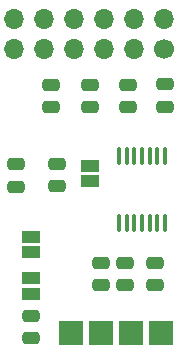
<source format=gbr>
%TF.GenerationSoftware,KiCad,Pcbnew,7.0.7*%
%TF.CreationDate,2023-09-01T15:02:05-05:00*%
%TF.ProjectId,SNES_RGB_BYPASS_AMP,534e4553-5f52-4474-925f-425950415353,rev?*%
%TF.SameCoordinates,Original*%
%TF.FileFunction,Soldermask,Top*%
%TF.FilePolarity,Negative*%
%FSLAX46Y46*%
G04 Gerber Fmt 4.6, Leading zero omitted, Abs format (unit mm)*
G04 Created by KiCad (PCBNEW 7.0.7) date 2023-09-01 15:02:05*
%MOMM*%
%LPD*%
G01*
G04 APERTURE LIST*
G04 Aperture macros list*
%AMRoundRect*
0 Rectangle with rounded corners*
0 $1 Rounding radius*
0 $2 $3 $4 $5 $6 $7 $8 $9 X,Y pos of 4 corners*
0 Add a 4 corners polygon primitive as box body*
4,1,4,$2,$3,$4,$5,$6,$7,$8,$9,$2,$3,0*
0 Add four circle primitives for the rounded corners*
1,1,$1+$1,$2,$3*
1,1,$1+$1,$4,$5*
1,1,$1+$1,$6,$7*
1,1,$1+$1,$8,$9*
0 Add four rect primitives between the rounded corners*
20,1,$1+$1,$2,$3,$4,$5,0*
20,1,$1+$1,$4,$5,$6,$7,0*
20,1,$1+$1,$6,$7,$8,$9,0*
20,1,$1+$1,$8,$9,$2,$3,0*%
G04 Aperture macros list end*
%ADD10RoundRect,0.250000X-0.475000X0.250000X-0.475000X-0.250000X0.475000X-0.250000X0.475000X0.250000X0*%
%ADD11R,1.500000X1.000000*%
%ADD12RoundRect,0.100000X0.100000X-0.637500X0.100000X0.637500X-0.100000X0.637500X-0.100000X-0.637500X0*%
%ADD13RoundRect,0.250000X0.475000X-0.250000X0.475000X0.250000X-0.475000X0.250000X-0.475000X-0.250000X0*%
%ADD14R,2.000000X2.000000*%
%ADD15C,1.700000*%
%ADD16O,1.700000X1.700000*%
G04 APERTURE END LIST*
D10*
%TO.C,C1*%
X128778000Y-83225600D03*
X128778000Y-85125600D03*
%TD*%
D11*
%TO.C,JP2*%
X130000000Y-92850000D03*
X130000000Y-94150000D03*
%TD*%
D12*
%TO.C,U1*%
X137496000Y-88206500D03*
X138146000Y-88206500D03*
X138796000Y-88206500D03*
X139446000Y-88206500D03*
X140096000Y-88206500D03*
X140746000Y-88206500D03*
X141396000Y-88206500D03*
X141396000Y-82481500D03*
X140746000Y-82481500D03*
X140096000Y-82481500D03*
X139446000Y-82481500D03*
X138796000Y-82481500D03*
X138146000Y-82481500D03*
X137496000Y-82481500D03*
%TD*%
D10*
%TO.C,R5*%
X131775200Y-76469200D03*
X131775200Y-78369200D03*
%TD*%
%TO.C,R4*%
X130000000Y-96050000D03*
X130000000Y-97950000D03*
%TD*%
D13*
%TO.C,R3*%
X136000000Y-93450000D03*
X136000000Y-91550000D03*
%TD*%
D14*
%TO.C,J1*%
X133420000Y-97475000D03*
X135960000Y-97475000D03*
X138500000Y-97475000D03*
X141040000Y-97475000D03*
%TD*%
D11*
%TO.C,JP1*%
X130000000Y-89350000D03*
X130000000Y-90650000D03*
%TD*%
D13*
%TO.C,R2*%
X138000000Y-93450000D03*
X138000000Y-91550000D03*
%TD*%
D10*
%TO.C,R7*%
X138277600Y-76469200D03*
X138277600Y-78369200D03*
%TD*%
%TO.C,R8*%
X135026400Y-76469200D03*
X135026400Y-78369200D03*
%TD*%
D13*
%TO.C,R1*%
X140500000Y-93450000D03*
X140500000Y-91550000D03*
%TD*%
D10*
%TO.C,R6*%
X141376400Y-76433600D03*
X141376400Y-78333600D03*
%TD*%
D11*
%TO.C,JP3*%
X135000000Y-84650000D03*
X135000000Y-83350000D03*
%TD*%
D10*
%TO.C,C2*%
X132257800Y-83174800D03*
X132257800Y-85074800D03*
%TD*%
D15*
%TO.C,J2*%
X141325600Y-73411000D03*
D16*
X141325600Y-70871000D03*
X138785600Y-73411000D03*
X138785600Y-70871000D03*
X136245600Y-73411000D03*
X136245600Y-70871000D03*
X133705600Y-73411000D03*
X133705600Y-70871000D03*
X131165600Y-73411000D03*
X131165600Y-70871000D03*
X128625600Y-73411000D03*
X128625600Y-70871000D03*
%TD*%
M02*

</source>
